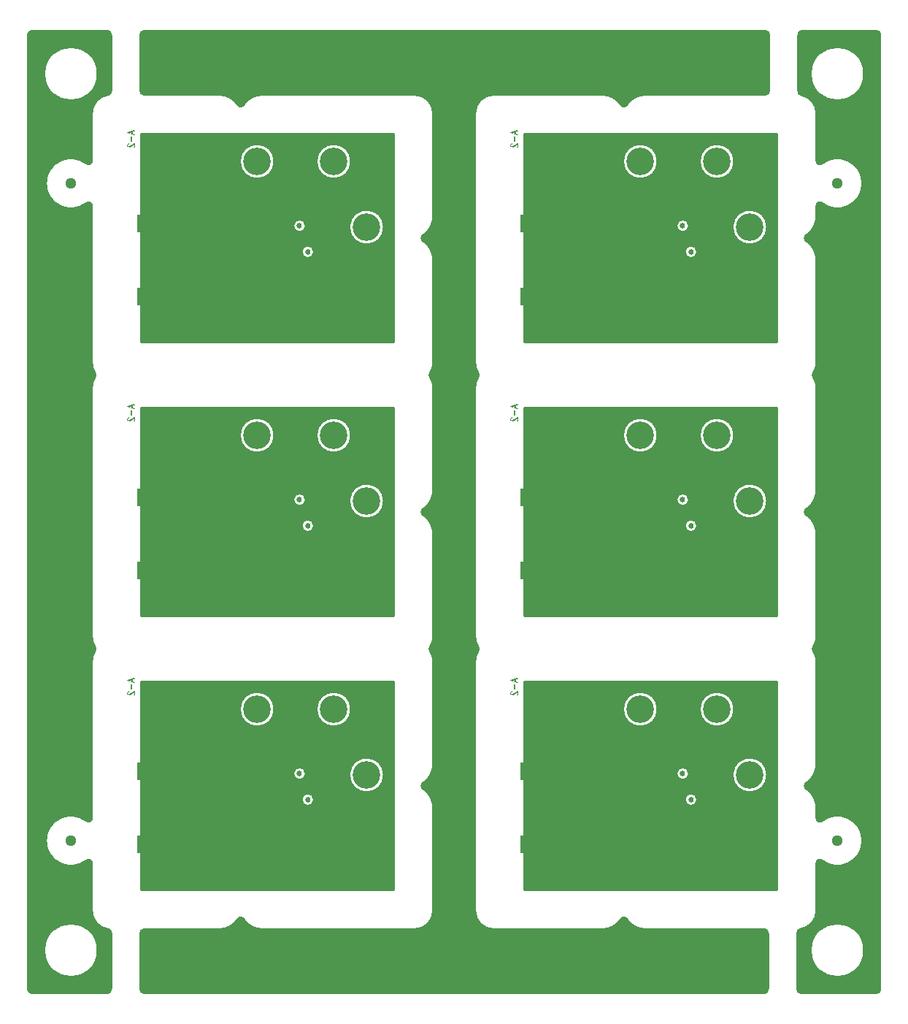
<source format=gbr>
*
%FSLAX26Y26*%
%MOIN*%
%ADD10C,0.020750*%
%ADD11C,0.125750*%
%ADD12C,0.024750*%
%ADD13C,0.004000*%
%ADD14C,0.050750*%
%IPPOS*%
%LNl4sold.gbr*%
%LPD*%
G75*
G36*
X504680Y1420680D02*
Y1425220D01*
G02X515000Y1432270I9760J-3209D01*
G02X515000Y1427270I0J-2500D01*
G03X509680Y1424443I-585J-5318D01*
G01Y1421457D01*
G03X518703Y1419575I5424J3433D01*
G01X523081Y1421693D01*
X538517Y1432913D01*
G02X542500Y1430900I1483J-2013D01*
G01Y1415000D01*
G02X537500Y1415000I-2500J0D01*
G01Y1425992D01*
X525459Y1417290D01*
X517430Y1413786D01*
G02X505126Y1419254I-2575J10783D01*
G02X504680Y1420680I2054J1426D01*
G37*
G36*
Y1480900D02*
G02X504680Y1480901I2500J0D01*
G01X516542D01*
X526560Y1478126D01*
X531560D01*
Y1476742D01*
X540667Y1474219D01*
G02X539333Y1469401I-667J-2409D01*
G01X506533Y1478485D01*
G02X504680Y1480900I647J2415D01*
G37*
G36*
Y1480901D02*
G02X506512Y1483309I2500J-1D01*
G01X539332Y1492409D01*
G02X540668Y1487591I668J-2409D01*
G01X531560Y1485065D01*
Y1478126D01*
X526560D01*
Y1483679D01*
X516542Y1480901D01*
X504680D01*
G37*
G36*
X505680Y1481901D02*
X515542D01*
G02X515542Y1479901I0J-1000D01*
G01X505680D01*
G02X505680Y1481901I0J1000D01*
G37*
G36*
X527560Y1479126D02*
G01X530560D01*
G02X530560Y1477126I0J-1000D01*
G01X527560D01*
G02X527560Y1479126I0J1000D01*
G37*
G36*
X523430Y1441130D02*
G01Y1461590D01*
G02X528430Y1461590I2500J0D01*
G01Y1441130D01*
G02X523430Y1441130I-2500J0D01*
G37*
G36*
X565000Y1404135D02*
G02X565124Y1405241I5001J0D01*
G03X565430Y1407947I-11686J2693D01*
G01Y1475000D01*
G02X570430Y1480000I5000J0D01*
G01X1725000D01*
G02X1730000Y1475000I0J-5000D01*
G01Y1350000D01*
X1524500D01*
G03X1375500Y1350000I-74500J0D01*
G01X1174500D01*
G03X1025500Y1350000I-74500J0D01*
G01X565000D01*
Y1404105D01*
G02X565000Y1404135I5000J31D01*
G37*
G36*
X565000Y525000D02*
G01Y937500D01*
X1307250D01*
G03X1355250Y937500I24000J0D01*
G01X1730000D01*
Y525000D01*
G02X1725000Y520000I-5000J0D01*
G01X570000D01*
G02X568659Y520183I0J5000D01*
G02X565000Y525000I1341J4817D01*
G37*
G36*
Y937500D02*
G01Y1056250D01*
X1269750D01*
G03X1316922Y1050000I24000J0D01*
G01X1525500D01*
G03X1674500Y1050000I74500J0D01*
G01X1730000D01*
Y937500D01*
X1355250D01*
G03X1307250Y937500I-24000J0D01*
G01X565000D01*
G37*
G36*
Y1056250D02*
Y1350000D01*
X1025500D01*
G03X1174500Y1350000I74500J0D01*
G01X1375500D01*
G03X1524500Y1350000I74500J0D01*
G01X1730000D01*
Y1050000D01*
X1674500D01*
G03X1525763Y1056250I-74500J0D01*
G01X1317750D01*
G03X1269750Y1056250I-24000J0D01*
G01X565000D01*
G37*
G36*
X1316922Y1050000D02*
G03X1317750Y1056250I-23172J6250D01*
G01X1525763D01*
G03X1525500Y1050000I74237J-6250D01*
G01X1316922D01*
G37*
G36*
X1317956Y1051000D02*
X1524500D01*
G02X1524500Y1049000I0J-1000D01*
G01X1317956D01*
G02X1317956Y1051000I0J1000D01*
G37*
G36*
X1675500D02*
G01X1729000D01*
G02X1729000Y1049000I0J-1000D01*
G01X1675500D01*
G02X1675500Y1051000I0J1000D01*
G37*
G36*
X1175500Y1351000D02*
G01X1374500D01*
G02X1374500Y1349000I0J-1000D01*
G01X1175500D01*
G02X1175500Y1351000I0J1000D01*
G37*
G36*
X1525500D02*
G01X1729000D01*
G02X1729000Y1349000I0J-1000D01*
G01X1525500D01*
G02X1525500Y1351000I0J1000D01*
G37*
G36*
X566000Y938500D02*
G01X1306250D01*
G02X1306250Y936500I0J-1000D01*
G01X566000D01*
G02X566000Y938500I0J1000D01*
G37*
G36*
X1356250D02*
G01X1729000D01*
G02X1729000Y936500I0J-1000D01*
G01X1356250D01*
G02X1356250Y938500I0J1000D01*
G37*
G36*
X566000Y1057250D02*
G01X1268750D01*
G02X1268750Y1055250I0J-1000D01*
G01X566000D01*
G02X566000Y1057250I0J1000D01*
G37*
G36*
X1318750D02*
G01X1524759D01*
G02X1524759Y1055250I0J-1000D01*
G01X1318750D01*
G02X1318750Y1057250I0J1000D01*
G37*
G36*
X566000Y1351000D02*
G01X1024500D01*
G02X1024500Y1349000I0J-1000D01*
G01X566000D01*
G02X566000Y1351000I0J1000D01*
G37*
G54D10*
X587500Y662500D02*
G01X637500D01*
X693750D01*
X781250Y693750D02*
X743750Y662500D01*
X693750D01*
G36*
X550000Y722125D02*
Y742875D01*
X587500D01*
G02X587500Y722125I0J-10375D01*
G01X550000D01*
G37*
G54D10*
X587500Y732500D02*
Y793750D01*
X781250Y693750D02*
X787500Y737500D01*
X775000Y775000D01*
X737500Y793750D01*
X687500D02*
X637500D01*
X587500D01*
X687500D02*
X737500D01*
X595000Y1010000D02*
Y1067500D01*
G36*
X550000Y1057125D02*
Y1077875D01*
X595000D01*
G02X595000Y1057125I0J-10375D01*
G01X550000D01*
G37*
G36*
Y692125D02*
Y772875D01*
X720000D01*
G02X720000Y692125I0J-40375D01*
G01X550000D01*
G37*
G36*
Y1027125D02*
Y1107875D01*
X720000D01*
G02X720000Y1027125I0J-40375D01*
G01X550000D01*
G37*
G54D11*
X1100000Y1350000D03*
X1450000D03*
X750000D03*
X1600000Y1050000D03*
G54D12*
X590000Y540000D03*
Y590000D03*
X715000Y540000D03*
X865000D03*
X1015000D03*
X1155000D03*
X1300000D03*
X1440000D03*
X1570000D03*
X1705000D03*
X587500Y662500D03*
X637500D03*
X693750D03*
X743750D03*
X1675000D03*
X781250Y693750D03*
X787500Y737500D03*
X775000Y775000D03*
X1675000Y762500D03*
X637500Y793750D03*
X587500D03*
X737500D03*
X687500D03*
X815000Y795000D03*
X880000D03*
X1035000D03*
X960000D03*
X1100000Y805000D03*
X1140000Y845000D03*
X1700000Y880000D03*
X1137500Y950000D03*
X1209500Y949000D03*
X1172500Y935000D03*
X1331250Y937500D03*
X1700000Y985000D03*
X595000Y1010000D03*
X705000D03*
X650000D03*
X815000Y1005000D03*
X765000Y1020000D03*
X785000Y1065000D03*
X915000Y1005000D03*
X870000D03*
X945000D03*
X1000000D03*
X1055000D03*
X1293750Y1056250D03*
X1443750Y1075000D03*
X590000Y1130000D03*
X695000D03*
X640000D03*
X750000D03*
X920000Y1105000D03*
X1035000Y1120000D03*
X1137500Y1156250D03*
X1068750D03*
X1175000Y1118750D03*
X1285000Y1120000D03*
X1406250Y1118750D03*
X1700000Y1160000D03*
X590000Y1240000D03*
X920000Y1225000D03*
X1285000Y1240000D03*
X590000Y1355000D03*
X920000Y1340000D03*
X1285000Y1360000D03*
X1700000Y1330000D03*
X590000Y1455000D03*
X720000D03*
X845000D03*
X980000D03*
X1145000D03*
X1285000Y1460000D03*
X1395000D03*
X1520000D03*
X1700000D03*
%LPC*%
G75*
X1700000Y1460000D02*
G54D13*
X550000Y600000D02*
Y1400000D01*
%LPD*%
G75*
X550000Y1400000D02*
G36*
X504680Y2670680D02*
Y2675220D01*
G02X515000Y2682270I9760J-3209D01*
G02X515000Y2677270I0J-2500D01*
G03X509680Y2674443I-585J-5318D01*
G01Y2671457D01*
G03X518703Y2669575I5424J3433D01*
G01X523081Y2671693D01*
X538517Y2682913D01*
G02X542500Y2680900I1483J-2013D01*
G01Y2665000D01*
G02X537500Y2665000I-2500J0D01*
G01Y2675992D01*
X525459Y2667290D01*
X517430Y2663786D01*
G02X505126Y2669254I-2575J10783D01*
G02X504680Y2670680I2054J1426D01*
G37*
G36*
Y2730900D02*
G02X504680Y2730901I2500J0D01*
G01X516542D01*
X526560Y2728126D01*
X531560D01*
Y2726742D01*
X540667Y2724219D01*
G02X539333Y2719401I-667J-2409D01*
G01X506533Y2728485D01*
G02X504680Y2730900I647J2415D01*
G37*
G36*
Y2730901D02*
G02X506512Y2733309I2500J-1D01*
G01X539332Y2742409D01*
G02X540668Y2737591I668J-2409D01*
G01X531560Y2735065D01*
Y2728126D01*
X526560D01*
Y2733679D01*
X516542Y2730901D01*
X504680D01*
G37*
G36*
X505680Y2731901D02*
X515542D01*
G02X515542Y2729901I0J-1000D01*
G01X505680D01*
G02X505680Y2731901I0J1000D01*
G37*
G36*
X527560Y2729126D02*
G01X530560D01*
G02X530560Y2727126I0J-1000D01*
G01X527560D01*
G02X527560Y2729126I0J1000D01*
G37*
G36*
X523430Y2691130D02*
G01Y2711590D01*
G02X528430Y2711590I2500J0D01*
G01Y2691130D01*
G02X523430Y2691130I-2500J0D01*
G37*
G36*
X565000Y2654135D02*
G02X565124Y2655241I5001J0D01*
G03X565430Y2657947I-11686J2693D01*
G01Y2725000D01*
G02X570430Y2730000I5000J0D01*
G01X1725000D01*
G02X1730000Y2725000I0J-5000D01*
G01Y2600000D01*
X1524500D01*
G03X1375500Y2600000I-74500J0D01*
G01X1174500D01*
G03X1025500Y2600000I-74500J0D01*
G01X565000D01*
Y2654105D01*
G02X565000Y2654135I5000J31D01*
G37*
G36*
X565000Y1775000D02*
G01Y2187500D01*
X1307250D01*
G03X1355250Y2187500I24000J0D01*
G01X1730000D01*
Y1775000D01*
G02X1725000Y1770000I-5000J0D01*
G01X570000D01*
G02X568659Y1770183I0J5000D01*
G02X565000Y1775000I1341J4817D01*
G37*
G36*
Y2187500D02*
G01Y2306250D01*
X1269750D01*
G03X1316922Y2300000I24000J0D01*
G01X1525500D01*
G03X1674500Y2300000I74500J0D01*
G01X1730000D01*
Y2187500D01*
X1355250D01*
G03X1307250Y2187500I-24000J0D01*
G01X565000D01*
G37*
G36*
Y2306250D02*
Y2600000D01*
X1025500D01*
G03X1174500Y2600000I74500J0D01*
G01X1375500D01*
G03X1524500Y2600000I74500J0D01*
G01X1730000D01*
Y2300000D01*
X1674500D01*
G03X1525763Y2306250I-74500J0D01*
G01X1317750D01*
G03X1269750Y2306250I-24000J0D01*
G01X565000D01*
G37*
G36*
X1316922Y2300000D02*
G03X1317750Y2306250I-23172J6250D01*
G01X1525763D01*
G03X1525500Y2300000I74237J-6250D01*
G01X1316922D01*
G37*
G36*
X1317956Y2301000D02*
X1524500D01*
G02X1524500Y2299000I0J-1000D01*
G01X1317956D01*
G02X1317956Y2301000I0J1000D01*
G37*
G36*
X1675500D02*
G01X1729000D01*
G02X1729000Y2299000I0J-1000D01*
G01X1675500D01*
G02X1675500Y2301000I0J1000D01*
G37*
G36*
X1175500Y2601000D02*
G01X1374500D01*
G02X1374500Y2599000I0J-1000D01*
G01X1175500D01*
G02X1175500Y2601000I0J1000D01*
G37*
G36*
X1525500D02*
G01X1729000D01*
G02X1729000Y2599000I0J-1000D01*
G01X1525500D01*
G02X1525500Y2601000I0J1000D01*
G37*
G36*
X566000Y2188500D02*
G01X1306250D01*
G02X1306250Y2186500I0J-1000D01*
G01X566000D01*
G02X566000Y2188500I0J1000D01*
G37*
G36*
X1356250D02*
G01X1729000D01*
G02X1729000Y2186500I0J-1000D01*
G01X1356250D01*
G02X1356250Y2188500I0J1000D01*
G37*
G36*
X566000Y2307250D02*
G01X1268750D01*
G02X1268750Y2305250I0J-1000D01*
G01X566000D01*
G02X566000Y2307250I0J1000D01*
G37*
G36*
X1318750D02*
G01X1524759D01*
G02X1524759Y2305250I0J-1000D01*
G01X1318750D01*
G02X1318750Y2307250I0J1000D01*
G37*
G36*
X566000Y2601000D02*
G01X1024500D01*
G02X1024500Y2599000I0J-1000D01*
G01X566000D01*
G02X566000Y2601000I0J1000D01*
G37*
G54D10*
X587500Y1912500D02*
G01X637500D01*
X693750D01*
X781250Y1943750D02*
X743750Y1912500D01*
X693750D01*
G36*
X550000Y1972125D02*
Y1992875D01*
X587500D01*
G02X587500Y1972125I0J-10375D01*
G01X550000D01*
G37*
G54D10*
X587500Y1982500D02*
Y2043750D01*
X781250Y1943750D02*
X787500Y1987500D01*
X775000Y2025000D01*
X737500Y2043750D01*
X687500D02*
X637500D01*
X587500D01*
X687500D02*
X737500D01*
X595000Y2260000D02*
Y2317500D01*
G36*
X550000Y2307125D02*
Y2327875D01*
X595000D01*
G02X595000Y2307125I0J-10375D01*
G01X550000D01*
G37*
G36*
Y1942125D02*
Y2022875D01*
X720000D01*
G02X720000Y1942125I0J-40375D01*
G01X550000D01*
G37*
G36*
Y2277125D02*
Y2357875D01*
X720000D01*
G02X720000Y2277125I0J-40375D01*
G01X550000D01*
G37*
G54D11*
X1100000Y2600000D03*
X1450000D03*
X750000D03*
X1600000Y2300000D03*
G54D12*
X590000Y1790000D03*
Y1840000D03*
X715000Y1790000D03*
X865000D03*
X1015000D03*
X1155000D03*
X1300000D03*
X1440000D03*
X1570000D03*
X1705000D03*
X587500Y1912500D03*
X637500D03*
X693750D03*
X743750D03*
X1675000D03*
X781250Y1943750D03*
X787500Y1987500D03*
X775000Y2025000D03*
X1675000Y2012500D03*
X637500Y2043750D03*
X587500D03*
X737500D03*
X687500D03*
X815000Y2045000D03*
X880000D03*
X1035000D03*
X960000D03*
X1100000Y2055000D03*
X1140000Y2095000D03*
X1700000Y2130000D03*
X1137500Y2200000D03*
X1209500Y2199000D03*
X1172500Y2185000D03*
X1331250Y2187500D03*
X1700000Y2235000D03*
X595000Y2260000D03*
X705000D03*
X650000D03*
X815000Y2255000D03*
X765000Y2270000D03*
X785000Y2315000D03*
X915000Y2255000D03*
X870000D03*
X945000D03*
X1000000D03*
X1055000D03*
X1293750Y2306250D03*
X1443750Y2325000D03*
X590000Y2380000D03*
X695000D03*
X640000D03*
X750000D03*
X920000Y2355000D03*
X1035000Y2370000D03*
X1137500Y2406250D03*
X1068750D03*
X1175000Y2368750D03*
X1285000Y2370000D03*
X1406250Y2368750D03*
X1700000Y2410000D03*
X590000Y2490000D03*
X920000Y2475000D03*
X1285000Y2490000D03*
X590000Y2605000D03*
X920000Y2590000D03*
X1285000Y2610000D03*
X1700000Y2580000D03*
X590000Y2705000D03*
X720000D03*
X845000D03*
X980000D03*
X1145000D03*
X1285000Y2710000D03*
X1395000D03*
X1520000D03*
X1700000D03*
%LPC*%
G75*
X1700000Y2710000D02*
G54D13*
X550000Y1850000D02*
Y2650000D01*
%LPD*%
G75*
X550000Y2650000D02*
G36*
X504680Y3920680D02*
Y3925220D01*
G02X515000Y3932270I9760J-3209D01*
G02X515000Y3927270I0J-2500D01*
G03X509680Y3924443I-585J-5318D01*
G01Y3921457D01*
G03X518703Y3919575I5424J3433D01*
G01X523081Y3921693D01*
X538517Y3932913D01*
G02X542500Y3930900I1483J-2013D01*
G01Y3915000D01*
G02X537500Y3915000I-2500J0D01*
G01Y3925992D01*
X525459Y3917290D01*
X517430Y3913786D01*
G02X505126Y3919254I-2575J10783D01*
G02X504680Y3920680I2054J1426D01*
G37*
G36*
Y3980900D02*
G02X504680Y3980901I2500J0D01*
G01X516542D01*
X526560Y3978126D01*
X531560D01*
Y3976742D01*
X540667Y3974219D01*
G02X539333Y3969401I-667J-2409D01*
G01X506533Y3978485D01*
G02X504680Y3980900I647J2415D01*
G37*
G36*
Y3980901D02*
G02X506512Y3983309I2500J-1D01*
G01X539332Y3992409D01*
G02X540668Y3987591I668J-2409D01*
G01X531560Y3985065D01*
Y3978126D01*
X526560D01*
Y3983679D01*
X516542Y3980901D01*
X504680D01*
G37*
G36*
X505680Y3981901D02*
X515542D01*
G02X515542Y3979901I0J-1000D01*
G01X505680D01*
G02X505680Y3981901I0J1000D01*
G37*
G36*
X527560Y3979126D02*
G01X530560D01*
G02X530560Y3977126I0J-1000D01*
G01X527560D01*
G02X527560Y3979126I0J1000D01*
G37*
G36*
X523430Y3941130D02*
G01Y3961590D01*
G02X528430Y3961590I2500J0D01*
G01Y3941130D01*
G02X523430Y3941130I-2500J0D01*
G37*
G36*
X565000Y3904135D02*
G02X565124Y3905241I5001J0D01*
G03X565430Y3907947I-11686J2693D01*
G01Y3975000D01*
G02X570430Y3980000I5000J0D01*
G01X1725000D01*
G02X1730000Y3975000I0J-5000D01*
G01Y3850000D01*
X1524500D01*
G03X1375500Y3850000I-74500J0D01*
G01X1174500D01*
G03X1025500Y3850000I-74500J0D01*
G01X565000D01*
Y3904105D01*
G02X565000Y3904135I5000J31D01*
G37*
G36*
X565000Y3025000D02*
G01Y3437500D01*
X1307250D01*
G03X1355250Y3437500I24000J0D01*
G01X1730000D01*
Y3025000D01*
G02X1725000Y3020000I-5000J0D01*
G01X570000D01*
G02X568659Y3020183I0J5000D01*
G02X565000Y3025000I1341J4817D01*
G37*
G36*
Y3437500D02*
G01Y3556250D01*
X1269750D01*
G03X1316922Y3550000I24000J0D01*
G01X1525500D01*
G03X1674500Y3550000I74500J0D01*
G01X1730000D01*
Y3437500D01*
X1355250D01*
G03X1307250Y3437500I-24000J0D01*
G01X565000D01*
G37*
G36*
Y3556250D02*
Y3850000D01*
X1025500D01*
G03X1174500Y3850000I74500J0D01*
G01X1375500D01*
G03X1524500Y3850000I74500J0D01*
G01X1730000D01*
Y3550000D01*
X1674500D01*
G03X1525763Y3556250I-74500J0D01*
G01X1317750D01*
G03X1269750Y3556250I-24000J0D01*
G01X565000D01*
G37*
G36*
X1316922Y3550000D02*
G03X1317750Y3556250I-23172J6250D01*
G01X1525763D01*
G03X1525500Y3550000I74237J-6250D01*
G01X1316922D01*
G37*
G36*
X1317956Y3551000D02*
X1524500D01*
G02X1524500Y3549000I0J-1000D01*
G01X1317956D01*
G02X1317956Y3551000I0J1000D01*
G37*
G36*
X1675500D02*
G01X1729000D01*
G02X1729000Y3549000I0J-1000D01*
G01X1675500D01*
G02X1675500Y3551000I0J1000D01*
G37*
G36*
X1175500Y3851000D02*
G01X1374500D01*
G02X1374500Y3849000I0J-1000D01*
G01X1175500D01*
G02X1175500Y3851000I0J1000D01*
G37*
G36*
X1525500D02*
G01X1729000D01*
G02X1729000Y3849000I0J-1000D01*
G01X1525500D01*
G02X1525500Y3851000I0J1000D01*
G37*
G36*
X566000Y3438500D02*
G01X1306250D01*
G02X1306250Y3436500I0J-1000D01*
G01X566000D01*
G02X566000Y3438500I0J1000D01*
G37*
G36*
X1356250D02*
G01X1729000D01*
G02X1729000Y3436500I0J-1000D01*
G01X1356250D01*
G02X1356250Y3438500I0J1000D01*
G37*
G36*
X566000Y3557250D02*
G01X1268750D01*
G02X1268750Y3555250I0J-1000D01*
G01X566000D01*
G02X566000Y3557250I0J1000D01*
G37*
G36*
X1318750D02*
G01X1524759D01*
G02X1524759Y3555250I0J-1000D01*
G01X1318750D01*
G02X1318750Y3557250I0J1000D01*
G37*
G36*
X566000Y3851000D02*
G01X1024500D01*
G02X1024500Y3849000I0J-1000D01*
G01X566000D01*
G02X566000Y3851000I0J1000D01*
G37*
G54D10*
X587500Y3162500D02*
G01X637500D01*
X693750D01*
X781250Y3193750D02*
X743750Y3162500D01*
X693750D01*
G36*
X550000Y3222125D02*
Y3242875D01*
X587500D01*
G02X587500Y3222125I0J-10375D01*
G01X550000D01*
G37*
G54D10*
X587500Y3232500D02*
Y3293750D01*
X781250Y3193750D02*
X787500Y3237500D01*
X775000Y3275000D01*
X737500Y3293750D01*
X687500D02*
X637500D01*
X587500D01*
X687500D02*
X737500D01*
X595000Y3510000D02*
Y3567500D01*
G36*
X550000Y3557125D02*
Y3577875D01*
X595000D01*
G02X595000Y3557125I0J-10375D01*
G01X550000D01*
G37*
G36*
Y3192125D02*
Y3272875D01*
X720000D01*
G02X720000Y3192125I0J-40375D01*
G01X550000D01*
G37*
G36*
Y3527125D02*
Y3607875D01*
X720000D01*
G02X720000Y3527125I0J-40375D01*
G01X550000D01*
G37*
G54D11*
X1100000Y3850000D03*
X1450000D03*
X750000D03*
X1600000Y3550000D03*
G54D12*
X590000Y3040000D03*
Y3090000D03*
X715000Y3040000D03*
X865000D03*
X1015000D03*
X1155000D03*
X1300000D03*
X1440000D03*
X1570000D03*
X1705000D03*
X587500Y3162500D03*
X637500D03*
X693750D03*
X743750D03*
X1675000D03*
X781250Y3193750D03*
X787500Y3237500D03*
X775000Y3275000D03*
X1675000Y3262500D03*
X637500Y3293750D03*
X587500D03*
X737500D03*
X687500D03*
X815000Y3295000D03*
X880000D03*
X1035000D03*
X960000D03*
X1100000Y3305000D03*
X1140000Y3345000D03*
X1700000Y3380000D03*
X1137500Y3450000D03*
X1209500Y3449000D03*
X1172500Y3435000D03*
X1331250Y3437500D03*
X1700000Y3485000D03*
X595000Y3510000D03*
X705000D03*
X650000D03*
X815000Y3505000D03*
X765000Y3520000D03*
X785000Y3565000D03*
X915000Y3505000D03*
X870000D03*
X945000D03*
X1000000D03*
X1055000D03*
X1293750Y3556250D03*
X1443750Y3575000D03*
X590000Y3630000D03*
X695000D03*
X640000D03*
X750000D03*
X920000Y3605000D03*
X1035000Y3620000D03*
X1137500Y3656250D03*
X1068750D03*
X1175000Y3618750D03*
X1285000Y3620000D03*
X1406250Y3618750D03*
X1700000Y3660000D03*
X590000Y3740000D03*
X920000Y3725000D03*
X1285000Y3740000D03*
X590000Y3855000D03*
X920000Y3840000D03*
X1285000Y3860000D03*
X1700000Y3830000D03*
X590000Y3955000D03*
X720000D03*
X845000D03*
X980000D03*
X1145000D03*
X1285000Y3960000D03*
X1395000D03*
X1520000D03*
X1700000D03*
%LPC*%
G75*
X1700000Y3960000D02*
G54D13*
X550000Y3100000D02*
Y3900000D01*
%LPD*%
G75*
X550000Y3900000D02*
G36*
X2254680Y1420680D02*
Y1425220D01*
G02X2265000Y1432270I9760J-3209D01*
G02X2265000Y1427270I0J-2500D01*
G03X2259680Y1424443I-585J-5318D01*
G01Y1421457D01*
G03X2268703Y1419575I5424J3433D01*
G01X2273081Y1421693D01*
X2288517Y1432913D01*
G02X2292500Y1430900I1483J-2013D01*
G01Y1415000D01*
G02X2287500Y1415000I-2500J0D01*
G01Y1425992D01*
X2275459Y1417290D01*
X2267430Y1413786D01*
G02X2255126Y1419254I-2575J10783D01*
G02X2254680Y1420680I2054J1426D01*
G37*
G36*
Y1480900D02*
G02X2254680Y1480901I2500J0D01*
G01X2266542D01*
X2276560Y1478126D01*
X2281560D01*
Y1476742D01*
X2290667Y1474219D01*
G02X2289333Y1469401I-667J-2409D01*
G01X2256533Y1478485D01*
G02X2254680Y1480900I647J2415D01*
G37*
G36*
Y1480901D02*
G02X2256512Y1483309I2500J-1D01*
G01X2289332Y1492409D01*
G02X2290668Y1487591I668J-2409D01*
G01X2281560Y1485065D01*
Y1478126D01*
X2276560D01*
Y1483679D01*
X2266542Y1480901D01*
X2254680D01*
G37*
G36*
X2255680Y1481901D02*
X2265542D01*
G02X2265542Y1479901I0J-1000D01*
G01X2255680D01*
G02X2255680Y1481901I0J1000D01*
G37*
G36*
X2277560Y1479126D02*
G01X2280560D01*
G02X2280560Y1477126I0J-1000D01*
G01X2277560D01*
G02X2277560Y1479126I0J1000D01*
G37*
G36*
X2273430Y1441130D02*
G01Y1461590D01*
G02X2278430Y1461590I2500J0D01*
G01Y1441130D01*
G02X2273430Y1441130I-2500J0D01*
G37*
G36*
X2315000Y1404135D02*
G02X2315124Y1405241I5001J0D01*
G03X2315430Y1407947I-11686J2693D01*
G01Y1475000D01*
G02X2320430Y1480000I5000J0D01*
G01X3475000D01*
G02X3480000Y1475000I0J-5000D01*
G01Y1350000D01*
X3274500D01*
G03X3125500Y1350000I-74500J0D01*
G01X2924500D01*
G03X2775500Y1350000I-74500J0D01*
G01X2315000D01*
Y1404105D01*
G02X2315000Y1404135I5000J31D01*
G37*
G36*
X2315000Y525000D02*
G01Y937500D01*
X3057250D01*
G03X3105250Y937500I24000J0D01*
G01X3480000D01*
Y525000D01*
G02X3475000Y520000I-5000J0D01*
G01X2320000D01*
G02X2318659Y520183I0J5000D01*
G02X2315000Y525000I1341J4817D01*
G37*
G36*
Y937500D02*
G01Y1056250D01*
X3019750D01*
G03X3066922Y1050000I24000J0D01*
G01X3275500D01*
G03X3424500Y1050000I74500J0D01*
G01X3480000D01*
Y937500D01*
X3105250D01*
G03X3057250Y937500I-24000J0D01*
G01X2315000D01*
G37*
G36*
Y1056250D02*
Y1350000D01*
X2775500D01*
G03X2924500Y1350000I74500J0D01*
G01X3125500D01*
G03X3274500Y1350000I74500J0D01*
G01X3480000D01*
Y1050000D01*
X3424500D01*
G03X3275763Y1056250I-74500J0D01*
G01X3067750D01*
G03X3019750Y1056250I-24000J0D01*
G01X2315000D01*
G37*
G36*
X3066922Y1050000D02*
G03X3067750Y1056250I-23172J6250D01*
G01X3275763D01*
G03X3275500Y1050000I74237J-6250D01*
G01X3066922D01*
G37*
G36*
X3067956Y1051000D02*
X3274500D01*
G02X3274500Y1049000I0J-1000D01*
G01X3067956D01*
G02X3067956Y1051000I0J1000D01*
G37*
G36*
X3425500D02*
G01X3479000D01*
G02X3479000Y1049000I0J-1000D01*
G01X3425500D01*
G02X3425500Y1051000I0J1000D01*
G37*
G36*
X2925500Y1351000D02*
G01X3124500D01*
G02X3124500Y1349000I0J-1000D01*
G01X2925500D01*
G02X2925500Y1351000I0J1000D01*
G37*
G36*
X3275500D02*
G01X3479000D01*
G02X3479000Y1349000I0J-1000D01*
G01X3275500D01*
G02X3275500Y1351000I0J1000D01*
G37*
G36*
X2316000Y938500D02*
G01X3056250D01*
G02X3056250Y936500I0J-1000D01*
G01X2316000D01*
G02X2316000Y938500I0J1000D01*
G37*
G36*
X3106250D02*
G01X3479000D01*
G02X3479000Y936500I0J-1000D01*
G01X3106250D01*
G02X3106250Y938500I0J1000D01*
G37*
G36*
X2316000Y1057250D02*
G01X3018750D01*
G02X3018750Y1055250I0J-1000D01*
G01X2316000D01*
G02X2316000Y1057250I0J1000D01*
G37*
G36*
X3068750D02*
G01X3274759D01*
G02X3274759Y1055250I0J-1000D01*
G01X3068750D01*
G02X3068750Y1057250I0J1000D01*
G37*
G36*
X2316000Y1351000D02*
G01X2774500D01*
G02X2774500Y1349000I0J-1000D01*
G01X2316000D01*
G02X2316000Y1351000I0J1000D01*
G37*
G54D10*
X2337500Y662500D02*
G01X2387500D01*
X2443750D01*
X2531250Y693750D02*
X2493750Y662500D01*
X2443750D01*
G36*
X2300000Y722125D02*
Y742875D01*
X2337500D01*
G02X2337500Y722125I0J-10375D01*
G01X2300000D01*
G37*
G54D10*
X2337500Y732500D02*
Y793750D01*
X2531250Y693750D02*
X2537500Y737500D01*
X2525000Y775000D01*
X2487500Y793750D01*
X2437500D02*
X2387500D01*
X2337500D01*
X2437500D02*
X2487500D01*
X2345000Y1010000D02*
Y1067500D01*
G36*
X2300000Y1057125D02*
Y1077875D01*
X2345000D01*
G02X2345000Y1057125I0J-10375D01*
G01X2300000D01*
G37*
G36*
Y692125D02*
Y772875D01*
X2470000D01*
G02X2470000Y692125I0J-40375D01*
G01X2300000D01*
G37*
G36*
Y1027125D02*
Y1107875D01*
X2470000D01*
G02X2470000Y1027125I0J-40375D01*
G01X2300000D01*
G37*
G54D11*
X2850000Y1350000D03*
X3200000D03*
X2500000D03*
X3350000Y1050000D03*
G54D12*
X2340000Y540000D03*
Y590000D03*
X2465000Y540000D03*
X2615000D03*
X2765000D03*
X2905000D03*
X3050000D03*
X3190000D03*
X3320000D03*
X3455000D03*
X2337500Y662500D03*
X2387500D03*
X2443750D03*
X2493750D03*
X3425000D03*
X2531250Y693750D03*
X2537500Y737500D03*
X2525000Y775000D03*
X3425000Y762500D03*
X2387500Y793750D03*
X2337500D03*
X2487500D03*
X2437500D03*
X2565000Y795000D03*
X2630000D03*
X2785000D03*
X2710000D03*
X2850000Y805000D03*
X2890000Y845000D03*
X3450000Y880000D03*
X2887500Y950000D03*
X2959500Y949000D03*
X2922500Y935000D03*
X3081250Y937500D03*
X3450000Y985000D03*
X2345000Y1010000D03*
X2455000D03*
X2400000D03*
X2565000Y1005000D03*
X2515000Y1020000D03*
X2535000Y1065000D03*
X2665000Y1005000D03*
X2620000D03*
X2695000D03*
X2750000D03*
X2805000D03*
X3043750Y1056250D03*
X3193750Y1075000D03*
X2340000Y1130000D03*
X2445000D03*
X2390000D03*
X2500000D03*
X2670000Y1105000D03*
X2785000Y1120000D03*
X2887500Y1156250D03*
X2818750D03*
X2925000Y1118750D03*
X3035000Y1120000D03*
X3156250Y1118750D03*
X3450000Y1160000D03*
X2340000Y1240000D03*
X2670000Y1225000D03*
X3035000Y1240000D03*
X2340000Y1355000D03*
X2670000Y1340000D03*
X3035000Y1360000D03*
X3450000Y1330000D03*
X2340000Y1455000D03*
X2470000D03*
X2595000D03*
X2730000D03*
X2895000D03*
X3035000Y1460000D03*
X3145000D03*
X3270000D03*
X3450000D03*
%LPC*%
G75*
X3450000Y1460000D02*
G54D13*
X2300000Y600000D02*
Y1400000D01*
%LPD*%
G75*
X2300000Y1400000D02*
G36*
X2254680Y2670680D02*
Y2675220D01*
G02X2265000Y2682270I9760J-3209D01*
G02X2265000Y2677270I0J-2500D01*
G03X2259680Y2674443I-585J-5318D01*
G01Y2671457D01*
G03X2268703Y2669575I5424J3433D01*
G01X2273081Y2671693D01*
X2288517Y2682913D01*
G02X2292500Y2680900I1483J-2013D01*
G01Y2665000D01*
G02X2287500Y2665000I-2500J0D01*
G01Y2675992D01*
X2275459Y2667290D01*
X2267430Y2663786D01*
G02X2255126Y2669254I-2575J10783D01*
G02X2254680Y2670680I2054J1426D01*
G37*
G36*
Y2730900D02*
G02X2254680Y2730901I2500J0D01*
G01X2266542D01*
X2276560Y2728126D01*
X2281560D01*
Y2726742D01*
X2290667Y2724219D01*
G02X2289333Y2719401I-667J-2409D01*
G01X2256533Y2728485D01*
G02X2254680Y2730900I647J2415D01*
G37*
G36*
Y2730901D02*
G02X2256512Y2733309I2500J-1D01*
G01X2289332Y2742409D01*
G02X2290668Y2737591I668J-2409D01*
G01X2281560Y2735065D01*
Y2728126D01*
X2276560D01*
Y2733679D01*
X2266542Y2730901D01*
X2254680D01*
G37*
G36*
X2255680Y2731901D02*
X2265542D01*
G02X2265542Y2729901I0J-1000D01*
G01X2255680D01*
G02X2255680Y2731901I0J1000D01*
G37*
G36*
X2277560Y2729126D02*
G01X2280560D01*
G02X2280560Y2727126I0J-1000D01*
G01X2277560D01*
G02X2277560Y2729126I0J1000D01*
G37*
G36*
X2273430Y2691130D02*
G01Y2711590D01*
G02X2278430Y2711590I2500J0D01*
G01Y2691130D01*
G02X2273430Y2691130I-2500J0D01*
G37*
G36*
X2315000Y2654135D02*
G02X2315124Y2655241I5001J0D01*
G03X2315430Y2657947I-11686J2693D01*
G01Y2725000D01*
G02X2320430Y2730000I5000J0D01*
G01X3475000D01*
G02X3480000Y2725000I0J-5000D01*
G01Y2600000D01*
X3274500D01*
G03X3125500Y2600000I-74500J0D01*
G01X2924500D01*
G03X2775500Y2600000I-74500J0D01*
G01X2315000D01*
Y2654105D01*
G02X2315000Y2654135I5000J31D01*
G37*
G36*
X2315000Y1775000D02*
G01Y2187500D01*
X3057250D01*
G03X3105250Y2187500I24000J0D01*
G01X3480000D01*
Y1775000D01*
G02X3475000Y1770000I-5000J0D01*
G01X2320000D01*
G02X2318659Y1770183I0J5000D01*
G02X2315000Y1775000I1341J4817D01*
G37*
G36*
Y2187500D02*
G01Y2306250D01*
X3019750D01*
G03X3066922Y2300000I24000J0D01*
G01X3275500D01*
G03X3424500Y2300000I74500J0D01*
G01X3480000D01*
Y2187500D01*
X3105250D01*
G03X3057250Y2187500I-24000J0D01*
G01X2315000D01*
G37*
G36*
Y2306250D02*
Y2600000D01*
X2775500D01*
G03X2924500Y2600000I74500J0D01*
G01X3125500D01*
G03X3274500Y2600000I74500J0D01*
G01X3480000D01*
Y2300000D01*
X3424500D01*
G03X3275763Y2306250I-74500J0D01*
G01X3067750D01*
G03X3019750Y2306250I-24000J0D01*
G01X2315000D01*
G37*
G36*
X3066922Y2300000D02*
G03X3067750Y2306250I-23172J6250D01*
G01X3275763D01*
G03X3275500Y2300000I74237J-6250D01*
G01X3066922D01*
G37*
G36*
X3067956Y2301000D02*
X3274500D01*
G02X3274500Y2299000I0J-1000D01*
G01X3067956D01*
G02X3067956Y2301000I0J1000D01*
G37*
G36*
X3425500D02*
G01X3479000D01*
G02X3479000Y2299000I0J-1000D01*
G01X3425500D01*
G02X3425500Y2301000I0J1000D01*
G37*
G36*
X2925500Y2601000D02*
G01X3124500D01*
G02X3124500Y2599000I0J-1000D01*
G01X2925500D01*
G02X2925500Y2601000I0J1000D01*
G37*
G36*
X3275500D02*
G01X3479000D01*
G02X3479000Y2599000I0J-1000D01*
G01X3275500D01*
G02X3275500Y2601000I0J1000D01*
G37*
G36*
X2316000Y2188500D02*
G01X3056250D01*
G02X3056250Y2186500I0J-1000D01*
G01X2316000D01*
G02X2316000Y2188500I0J1000D01*
G37*
G36*
X3106250D02*
G01X3479000D01*
G02X3479000Y2186500I0J-1000D01*
G01X3106250D01*
G02X3106250Y2188500I0J1000D01*
G37*
G36*
X2316000Y2307250D02*
G01X3018750D01*
G02X3018750Y2305250I0J-1000D01*
G01X2316000D01*
G02X2316000Y2307250I0J1000D01*
G37*
G36*
X3068750D02*
G01X3274759D01*
G02X3274759Y2305250I0J-1000D01*
G01X3068750D01*
G02X3068750Y2307250I0J1000D01*
G37*
G36*
X2316000Y2601000D02*
G01X2774500D01*
G02X2774500Y2599000I0J-1000D01*
G01X2316000D01*
G02X2316000Y2601000I0J1000D01*
G37*
G54D10*
X2337500Y1912500D02*
G01X2387500D01*
X2443750D01*
X2531250Y1943750D02*
X2493750Y1912500D01*
X2443750D01*
G36*
X2300000Y1972125D02*
Y1992875D01*
X2337500D01*
G02X2337500Y1972125I0J-10375D01*
G01X2300000D01*
G37*
G54D10*
X2337500Y1982500D02*
Y2043750D01*
X2531250Y1943750D02*
X2537500Y1987500D01*
X2525000Y2025000D01*
X2487500Y2043750D01*
X2437500D02*
X2387500D01*
X2337500D01*
X2437500D02*
X2487500D01*
X2345000Y2260000D02*
Y2317500D01*
G36*
X2300000Y2307125D02*
Y2327875D01*
X2345000D01*
G02X2345000Y2307125I0J-10375D01*
G01X2300000D01*
G37*
G36*
Y1942125D02*
Y2022875D01*
X2470000D01*
G02X2470000Y1942125I0J-40375D01*
G01X2300000D01*
G37*
G36*
Y2277125D02*
Y2357875D01*
X2470000D01*
G02X2470000Y2277125I0J-40375D01*
G01X2300000D01*
G37*
G54D11*
X2850000Y2600000D03*
X3200000D03*
X2500000D03*
X3350000Y2300000D03*
G54D12*
X2340000Y1790000D03*
Y1840000D03*
X2465000Y1790000D03*
X2615000D03*
X2765000D03*
X2905000D03*
X3050000D03*
X3190000D03*
X3320000D03*
X3455000D03*
X2337500Y1912500D03*
X2387500D03*
X2443750D03*
X2493750D03*
X3425000D03*
X2531250Y1943750D03*
X2537500Y1987500D03*
X2525000Y2025000D03*
X3425000Y2012500D03*
X2387500Y2043750D03*
X2337500D03*
X2487500D03*
X2437500D03*
X2565000Y2045000D03*
X2630000D03*
X2785000D03*
X2710000D03*
X2850000Y2055000D03*
X2890000Y2095000D03*
X3450000Y2130000D03*
X2887500Y2200000D03*
X2959500Y2199000D03*
X2922500Y2185000D03*
X3081250Y2187500D03*
X3450000Y2235000D03*
X2345000Y2260000D03*
X2455000D03*
X2400000D03*
X2565000Y2255000D03*
X2515000Y2270000D03*
X2535000Y2315000D03*
X2665000Y2255000D03*
X2620000D03*
X2695000D03*
X2750000D03*
X2805000D03*
X3043750Y2306250D03*
X3193750Y2325000D03*
X2340000Y2380000D03*
X2445000D03*
X2390000D03*
X2500000D03*
X2670000Y2355000D03*
X2785000Y2370000D03*
X2887500Y2406250D03*
X2818750D03*
X2925000Y2368750D03*
X3035000Y2370000D03*
X3156250Y2368750D03*
X3450000Y2410000D03*
X2340000Y2490000D03*
X2670000Y2475000D03*
X3035000Y2490000D03*
X2340000Y2605000D03*
X2670000Y2590000D03*
X3035000Y2610000D03*
X3450000Y2580000D03*
X2340000Y2705000D03*
X2470000D03*
X2595000D03*
X2730000D03*
X2895000D03*
X3035000Y2710000D03*
X3145000D03*
X3270000D03*
X3450000D03*
%LPC*%
G75*
X3450000Y2710000D02*
G54D13*
X2300000Y1850000D02*
Y2650000D01*
%LPD*%
G75*
X2300000Y2650000D02*
G36*
X2254680Y3920680D02*
Y3925220D01*
G02X2265000Y3932270I9760J-3209D01*
G02X2265000Y3927270I0J-2500D01*
G03X2259680Y3924443I-585J-5318D01*
G01Y3921457D01*
G03X2268703Y3919575I5424J3433D01*
G01X2273081Y3921693D01*
X2288517Y3932913D01*
G02X2292500Y3930900I1483J-2013D01*
G01Y3915000D01*
G02X2287500Y3915000I-2500J0D01*
G01Y3925992D01*
X2275459Y3917290D01*
X2267430Y3913786D01*
G02X2255126Y3919254I-2575J10783D01*
G02X2254680Y3920680I2054J1426D01*
G37*
G36*
Y3980900D02*
G02X2254680Y3980901I2500J0D01*
G01X2266542D01*
X2276560Y3978126D01*
X2281560D01*
Y3976742D01*
X2290667Y3974219D01*
G02X2289333Y3969401I-667J-2409D01*
G01X2256533Y3978485D01*
G02X2254680Y3980900I647J2415D01*
G37*
G36*
Y3980901D02*
G02X2256512Y3983309I2500J-1D01*
G01X2289332Y3992409D01*
G02X2290668Y3987591I668J-2409D01*
G01X2281560Y3985065D01*
Y3978126D01*
X2276560D01*
Y3983679D01*
X2266542Y3980901D01*
X2254680D01*
G37*
G36*
X2255680Y3981901D02*
X2265542D01*
G02X2265542Y3979901I0J-1000D01*
G01X2255680D01*
G02X2255680Y3981901I0J1000D01*
G37*
G36*
X2277560Y3979126D02*
G01X2280560D01*
G02X2280560Y3977126I0J-1000D01*
G01X2277560D01*
G02X2277560Y3979126I0J1000D01*
G37*
G36*
X2273430Y3941130D02*
G01Y3961590D01*
G02X2278430Y3961590I2500J0D01*
G01Y3941130D01*
G02X2273430Y3941130I-2500J0D01*
G37*
G36*
X2315000Y3904135D02*
G02X2315124Y3905241I5001J0D01*
G03X2315430Y3907947I-11686J2693D01*
G01Y3975000D01*
G02X2320430Y3980000I5000J0D01*
G01X3475000D01*
G02X3480000Y3975000I0J-5000D01*
G01Y3850000D01*
X3274500D01*
G03X3125500Y3850000I-74500J0D01*
G01X2924500D01*
G03X2775500Y3850000I-74500J0D01*
G01X2315000D01*
Y3904105D01*
G02X2315000Y3904135I5000J31D01*
G37*
G36*
X2315000Y3025000D02*
G01Y3437500D01*
X3057250D01*
G03X3105250Y3437500I24000J0D01*
G01X3480000D01*
Y3025000D01*
G02X3475000Y3020000I-5000J0D01*
G01X2320000D01*
G02X2318659Y3020183I0J5000D01*
G02X2315000Y3025000I1341J4817D01*
G37*
G36*
Y3437500D02*
G01Y3556250D01*
X3019750D01*
G03X3066922Y3550000I24000J0D01*
G01X3275500D01*
G03X3424500Y3550000I74500J0D01*
G01X3480000D01*
Y3437500D01*
X3105250D01*
G03X3057250Y3437500I-24000J0D01*
G01X2315000D01*
G37*
G36*
Y3556250D02*
Y3850000D01*
X2775500D01*
G03X2924500Y3850000I74500J0D01*
G01X3125500D01*
G03X3274500Y3850000I74500J0D01*
G01X3480000D01*
Y3550000D01*
X3424500D01*
G03X3275763Y3556250I-74500J0D01*
G01X3067750D01*
G03X3019750Y3556250I-24000J0D01*
G01X2315000D01*
G37*
G36*
X3066922Y3550000D02*
G03X3067750Y3556250I-23172J6250D01*
G01X3275763D01*
G03X3275500Y3550000I74237J-6250D01*
G01X3066922D01*
G37*
G36*
X3067956Y3551000D02*
X3274500D01*
G02X3274500Y3549000I0J-1000D01*
G01X3067956D01*
G02X3067956Y3551000I0J1000D01*
G37*
G36*
X3425500D02*
G01X3479000D01*
G02X3479000Y3549000I0J-1000D01*
G01X3425500D01*
G02X3425500Y3551000I0J1000D01*
G37*
G36*
X2925500Y3851000D02*
G01X3124500D01*
G02X3124500Y3849000I0J-1000D01*
G01X2925500D01*
G02X2925500Y3851000I0J1000D01*
G37*
G36*
X3275500D02*
G01X3479000D01*
G02X3479000Y3849000I0J-1000D01*
G01X3275500D01*
G02X3275500Y3851000I0J1000D01*
G37*
G36*
X2316000Y3438500D02*
G01X3056250D01*
G02X3056250Y3436500I0J-1000D01*
G01X2316000D01*
G02X2316000Y3438500I0J1000D01*
G37*
G36*
X3106250D02*
G01X3479000D01*
G02X3479000Y3436500I0J-1000D01*
G01X3106250D01*
G02X3106250Y3438500I0J1000D01*
G37*
G36*
X2316000Y3557250D02*
G01X3018750D01*
G02X3018750Y3555250I0J-1000D01*
G01X2316000D01*
G02X2316000Y3557250I0J1000D01*
G37*
G36*
X3068750D02*
G01X3274759D01*
G02X3274759Y3555250I0J-1000D01*
G01X3068750D01*
G02X3068750Y3557250I0J1000D01*
G37*
G36*
X2316000Y3851000D02*
G01X2774500D01*
G02X2774500Y3849000I0J-1000D01*
G01X2316000D01*
G02X2316000Y3851000I0J1000D01*
G37*
G54D10*
X2337500Y3162500D02*
G01X2387500D01*
X2443750D01*
X2531250Y3193750D02*
X2493750Y3162500D01*
X2443750D01*
G36*
X2300000Y3222125D02*
Y3242875D01*
X2337500D01*
G02X2337500Y3222125I0J-10375D01*
G01X2300000D01*
G37*
G54D10*
X2337500Y3232500D02*
Y3293750D01*
X2531250Y3193750D02*
X2537500Y3237500D01*
X2525000Y3275000D01*
X2487500Y3293750D01*
X2437500D02*
X2387500D01*
X2337500D01*
X2437500D02*
X2487500D01*
X2345000Y3510000D02*
Y3567500D01*
G36*
X2300000Y3557125D02*
Y3577875D01*
X2345000D01*
G02X2345000Y3557125I0J-10375D01*
G01X2300000D01*
G37*
G36*
Y3192125D02*
Y3272875D01*
X2470000D01*
G02X2470000Y3192125I0J-40375D01*
G01X2300000D01*
G37*
G36*
Y3527125D02*
Y3607875D01*
X2470000D01*
G02X2470000Y3527125I0J-40375D01*
G01X2300000D01*
G37*
G54D11*
X2850000Y3850000D03*
X3200000D03*
X2500000D03*
X3350000Y3550000D03*
G54D12*
X2340000Y3040000D03*
Y3090000D03*
X2465000Y3040000D03*
X2615000D03*
X2765000D03*
X2905000D03*
X3050000D03*
X3190000D03*
X3320000D03*
X3455000D03*
X2337500Y3162500D03*
X2387500D03*
X2443750D03*
X2493750D03*
X3425000D03*
X2531250Y3193750D03*
X2537500Y3237500D03*
X2525000Y3275000D03*
X3425000Y3262500D03*
X2387500Y3293750D03*
X2337500D03*
X2487500D03*
X2437500D03*
X2565000Y3295000D03*
X2630000D03*
X2785000D03*
X2710000D03*
X2850000Y3305000D03*
X2890000Y3345000D03*
X3450000Y3380000D03*
X2887500Y3450000D03*
X2959500Y3449000D03*
X2922500Y3435000D03*
X3081250Y3437500D03*
X3450000Y3485000D03*
X2345000Y3510000D03*
X2455000D03*
X2400000D03*
X2565000Y3505000D03*
X2515000Y3520000D03*
X2535000Y3565000D03*
X2665000Y3505000D03*
X2620000D03*
X2695000D03*
X2750000D03*
X2805000D03*
X3043750Y3556250D03*
X3193750Y3575000D03*
X2340000Y3630000D03*
X2445000D03*
X2390000D03*
X2500000D03*
X2670000Y3605000D03*
X2785000Y3620000D03*
X2887500Y3656250D03*
X2818750D03*
X2925000Y3618750D03*
X3035000Y3620000D03*
X3156250Y3618750D03*
X3450000Y3660000D03*
X2340000Y3740000D03*
X2670000Y3725000D03*
X3035000Y3740000D03*
X2340000Y3855000D03*
X2670000Y3840000D03*
X3035000Y3860000D03*
X3450000Y3830000D03*
X2340000Y3955000D03*
X2470000D03*
X2595000D03*
X2730000D03*
X2895000D03*
X3035000Y3960000D03*
X3145000D03*
X3270000D03*
X3450000D03*
%LPC*%
G75*
X3450000Y3960000D02*
G54D13*
X2300000Y3100000D02*
Y3900000D01*
%LPD*%
G75*
X2300000Y3900000D02*
G54D14*
X250000Y750000D03*
G54D14*
X3750000D03*
G54D14*
X250000Y3750000D03*
X3750000D03*
G36*
X50000Y70000D02*
Y250000D01*
X132500D01*
G03X367500Y250000I117500J0D01*
G01X437799D01*
G03X438042Y248592I62201J10000D01*
G02X438026Y241322I-19675J-3592D01*
G03X438042Y218592I61974J-11322D01*
G02X438026Y211322I-19675J-3592D01*
G03X438042Y188592I61974J-11322D01*
G02X438026Y181322I-19675J-3592D01*
G03X438042Y158592I61974J-11322D01*
G02X438026Y151322I-19675J-3592D01*
G03X438039Y128604I61974J-11322D01*
G02X438035Y121372I-19673J-3603D01*
G03X438046Y98570I61965J-11372D01*
G02X438030Y91347I-19679J-3570D01*
G03X437466Y72351I61970J-11347D01*
G02X417612Y50000I-19861J-2350D01*
G01X69971Y50000D01*
G02X50000Y70000I29J20000D01*
G37*
G36*
Y250000D02*
G01Y4250000D01*
X132500D01*
G03X367500Y4250000I117500J0D01*
G01X437799D01*
G03X438042Y4228591I62201J-10001D01*
G02X438026Y4221321I-19675J-3592D01*
G03X438042Y4198591I61974J-11322D01*
G02X438026Y4191321I-19675J-3592D01*
G03X437556Y4171650I61974J-11322D01*
G02X420357Y4149298I-19840J-2527D01*
G03X350000Y4069000I10643J-80298D01*
G01Y3852448D01*
G02X317719Y3836684I-20000J22D01*
G03X317767Y3663353I-67719J-86684D01*
G02X350000Y3647552I12233J-15823D01*
G01Y2931030D01*
G03X363591Y2886089I81000J-30D01*
G02X363591Y2863911I-16644J-11089D01*
G03X350000Y2819000I67409J-44911D01*
G01Y1681030D01*
G03X363591Y1636089I81000J-30D01*
G02X363591Y1613911I-16644J-11089D01*
G03X350000Y1569000I67409J-44911D01*
G01Y852448D01*
G02X317719Y836684I-20000J22D01*
G03X317767Y663353I-67719J-86684D01*
G02X350000Y647552I12233J-15823D01*
G01Y431000D01*
G03X420424Y350693I81000J0D01*
G02X437546Y328277I-2709J-19816D01*
G03X438042Y308592I62454J-8277D01*
G02X438026Y301322I-19675J-3592D01*
G03X438042Y278592I61974J-11322D01*
G02X438026Y271322I-19675J-3592D01*
G03X437799Y250000I61974J-11322D01*
G01X367500D01*
G03X132500Y250000I-117500J0D01*
G01X50000D01*
G37*
G36*
Y4250000D02*
Y4430000D01*
G02X69971Y4450000I20000J0D01*
G01X417612Y4450000D01*
G02X437460Y4427601I-7J-20000D01*
G03X438042Y4408591I62540J-7601D01*
G02X438035Y4401371I-19675J-3592D01*
G03X438046Y4378567I61965J-11371D01*
G02X438027Y4371328I-19679J-3567D01*
G03X438042Y4348591I61973J-11328D01*
G02X438026Y4341321I-19675J-3592D01*
G03X438042Y4318591I61974J-11322D01*
G02X438026Y4311321I-19675J-3592D01*
G03X438042Y4288591I61974J-11322D01*
G02X438026Y4281321I-19675J-3592D01*
G03X438042Y4258591I61974J-11322D01*
G02X438026Y4251321I-19675J-3592D01*
G03X437799Y4250000I61974J-11322D01*
G01X367500D01*
G03X132500Y4250000I-117500J0D01*
G01X50000D01*
G37*
G36*
X51000Y251000D02*
X131500D01*
G02X131500Y249000I0J-1000D01*
G01X51000D01*
G02X51000Y251000I0J1000D01*
G37*
G36*
X368500D02*
G01X436786D01*
G02X436786Y249000I0J-1000D01*
G01X368500D01*
G02X368500Y251000I0J1000D01*
G37*
G36*
X51000Y4251000D02*
G01X131500D01*
G02X131500Y4249000I0J-1000D01*
G01X51000D01*
G02X51000Y4251000I0J1000D01*
G37*
G36*
X368500D02*
G01X436786D01*
G02X436786Y4249000I0J-1000D01*
G01X368500D01*
G02X368500Y4251000I0J1000D01*
G37*
G36*
X561969Y4198650D02*
G03X561958Y4221408I-61969J11350D01*
G02X561974Y4228678I19675J3592D01*
G03X561958Y4251408I-61974J11322D01*
G02X561974Y4258678I19675J3592D01*
G03X561958Y4281408I-61974J11322D01*
G02X561974Y4288678I19675J3592D01*
G03X561958Y4311408I-61974J11322D01*
G02X561974Y4318678I19675J3592D01*
G03X561958Y4341408I-61974J11322D01*
G02X561974Y4348678I19675J3592D01*
G03X561961Y4371396I-61974J11322D01*
G02X561965Y4378628I19673J3603D01*
G03X561954Y4401430I-61965J11372D01*
G02X561970Y4408653I19679J3570D01*
G03X562534Y4427649I-61970J11347D01*
G02X582366Y4450000I19861J2350D01*
G01X3422530D01*
G02X3442357Y4427601I-29J-20000D01*
G03X3442938Y4408591I62540J-7601D01*
G02X3442931Y4401371I-19675J-3592D01*
G03X3442943Y4378567I61965J-11371D01*
G02X3442923Y4371328I-19679J-3567D01*
G03X3442938Y4348591I61973J-11328D01*
G02X3442922Y4341321I-19675J-3592D01*
G03X3442938Y4318591I61974J-11322D01*
G02X3442922Y4311321I-19675J-3592D01*
G03X3442938Y4288591I61974J-11322D01*
G02X3442922Y4281321I-19675J-3592D01*
G03X3442938Y4258591I61974J-11322D01*
G02X3442922Y4251321I-19675J-3592D01*
G03X3442938Y4228591I61974J-11322D01*
G02X3442922Y4221321I-19675J-3592D01*
G03X3442936Y4198603I61974J-11322D01*
G02X3442931Y4191371I-19673J-3603D01*
G03X3442363Y4172351I61965J-11372D01*
G02X3422520Y4150000I-19861J-2351D01*
G01X2875000D01*
G03X2791667Y4105277I-0J-100000D01*
G02X2758333Y4105277I-16667J11055D01*
G03X2675000Y4150000I-83333J-55277D01*
G01X2181000D01*
G03X2100000Y4069000I0J-81000D01*
G01Y2931000D01*
G03X2113591Y2886089I81000J-0D01*
G02X2113591Y2863911I-16644J-11089D01*
G03X2100000Y2819000I67409J-44911D01*
G01Y1681000D01*
G03X2113591Y1636089I81000J-0D01*
G02X2113591Y1613911I-16644J-11089D01*
G03X2100000Y1569000I67409J-44911D01*
G01Y431000D01*
G03X2181000Y350000I81000J0D01*
G01X2675000D01*
G03X2758333Y394723I0J100000D01*
G02X2791667Y394723I16667J-11055D01*
G03X2875000Y350000I83333J55277D01*
G01X3417624D01*
G02X3437459Y327593I-19J-20000D01*
G03X3438046Y308568I62541J-7593D01*
G02X3438027Y301328I-19679J-3567D01*
G03X3438042Y278592I61973J-11328D01*
G02X3438026Y271322I-19675J-3592D01*
G03X3438042Y248592I61974J-11322D01*
G02X3438026Y241322I-19675J-3592D01*
G03X3438042Y218592I61974J-11322D01*
G02X3438026Y211322I-19675J-3592D01*
G03X3438042Y188592I61974J-11322D01*
G02X3438026Y181322I-19675J-3592D01*
G03X3438042Y158592I61974J-11322D01*
G02X3438026Y151322I-19675J-3592D01*
G03X3438039Y128604I61974J-11322D01*
G02X3438035Y121372I-19673J-3603D01*
G03X3438046Y98570I61965J-11372D01*
G02X3438030Y91347I-19679J-3570D01*
G03X3437466Y72351I61970J-11347D01*
G02X3417634Y50000I-19861J-2350D01*
G01X582366D01*
G02X562540Y72399I29J20000D01*
G03X561958Y91409I-62540J7601D01*
G02X561965Y98629I19675J3592D01*
G03X561954Y121433I-61965J11371D01*
G02X561973Y128672I19679J3567D01*
G03X561958Y151409I-61973J11328D01*
G02X561974Y158679I19675J3592D01*
G03X561958Y181409I-61974J11322D01*
G02X561974Y188679I19675J3592D01*
G03X561958Y211409I-61974J11322D01*
G02X561974Y218679I19675J3592D01*
G03X561958Y241409I-61974J11322D01*
G02X561974Y248679I19675J3592D01*
G03X561958Y271409I-61974J11322D01*
G02X561974Y278679I19675J3592D01*
G03X561961Y301397I-61974J11322D01*
G02X561965Y308629I19673J3603D01*
G03X562534Y327649I-61965J11372D01*
G02X582376Y350000I19861J2351D01*
G01X925000D01*
G03X1008333Y394723I0J100000D01*
G02X1041667Y394723I16667J-11055D01*
G03X1125000Y350000I83333J55277D01*
G01X1819000D01*
G03X1900000Y431000I0J81000D01*
G01Y900000D01*
G03X1855277Y983333I-100000J0D01*
G02X1855277Y1016667I11055J16667D01*
G03X1900000Y1100000I-55277J83333D01*
G01Y1569000D01*
G03X1886409Y1613911I-81000J0D01*
G02X1886409Y1636089I16644J11089D01*
G03X1900000Y1681000I-67410J44911D01*
G01Y2150000D01*
G03X1855277Y2233333I-100000J0D01*
G02X1855277Y2266667I11055J16667D01*
G03X1900000Y2350000I-55277J83333D01*
G01Y2819000D01*
G03X1886409Y2863911I-81000J0D01*
G02X1886409Y2886089I16644J11089D01*
G03X1900000Y2931000I-67410J44911D01*
G01Y3400000D01*
G03X1855277Y3483333I-100000J0D01*
G02X1855277Y3516667I11055J16667D01*
G03X1900000Y3600000I-55277J83333D01*
G01Y4069000D01*
G03X1819000Y4150000I-81000J0D01*
G01X1125000D01*
G03X1041667Y4105277I-0J-100000D01*
G02X1008333Y4105277I-16667J11055D01*
G03X925000Y4150000I-83333J-55277D01*
G01X582376D01*
G02X562541Y4172407I19J20000D01*
G03X561957Y4191415I-62541J7593D01*
G02X561969Y4198650I19676J3585D01*
G37*
G36*
X3561633Y155001D02*
G02X3561974Y158679I20000J0D01*
G03X3561958Y181409I-61974J11322D01*
G02X3561974Y188679I19675J3592D01*
G03X3561958Y211409I-61974J11322D01*
G02X3561974Y218679I19675J3592D01*
G03X3561958Y241409I-61974J11322D01*
G02X3561974Y248679I19675J3592D01*
G03X3562201Y250000I-61974J11322D01*
G01X3632500D01*
G03X3867500Y250000I117500J0D01*
G01X3950000D01*
Y70000D01*
G02X3930029Y50000I-20000J0D01*
G01X3582388Y50000D01*
G02X3562540Y72399I7J20000D01*
G03X3561958Y91409I-62540J7601D01*
G02X3561965Y98629I19675J3592D01*
G03X3561957Y121415I-61965J11371D01*
G02X3561973Y128672I19676J3585D01*
G03X3561958Y151409I-61973J11328D01*
G02X3561633Y155001I19675J3592D01*
G37*
G36*
Y275001D02*
G02X3561974Y278679I20000J0D01*
G03X3561958Y301409I-61974J11322D01*
G02X3561974Y308679I19675J3592D01*
G03X3562444Y328350I-61974J11322D01*
G02X3579643Y350702I19840J2527D01*
G03X3650000Y431000I-10643J80298D01*
G01Y647552D01*
G02X3682281Y663316I20000J-22D01*
G03X3682233Y836647I67719J86684D01*
G02X3650000Y852448I-12233J15823D01*
G01Y900000D01*
G03X3605277Y983333I-100000J0D01*
G02X3605277Y1016667I11055J16667D01*
G03X3650000Y1100000I-55277J83333D01*
G01Y1569000D01*
G03X3636409Y1613911I-81000J0D01*
G02X3636409Y1636089I16644J11089D01*
G03X3650000Y1681000I-67410J44911D01*
G01Y2150000D01*
G03X3605277Y2233333I-100000J0D01*
G02X3605277Y2266667I11055J16667D01*
G03X3650000Y2350000I-55277J83333D01*
G01Y2819000D01*
G03X3636409Y2863911I-81000J0D01*
G02X3636409Y2886089I16644J11089D01*
G03X3650000Y2931000I-67410J44911D01*
G01Y3400000D01*
G03X3605277Y3483333I-100000J0D01*
G02X3605277Y3516667I11055J16667D01*
G03X3650000Y3600000I-55277J83333D01*
G01Y3647552D01*
G02X3682281Y3663316I20000J-22D01*
G03X3682233Y3836647I67719J86684D01*
G02X3650000Y3852448I-12233J15823D01*
G01Y4069000D01*
G03X3583498Y4148699I-81004J4D01*
G02X3567286Y4171249I3580J19677D01*
G03X3566855Y4191408I-62389J8750D01*
G02X3566871Y4198678I19675J3592D01*
G03X3566855Y4221408I-61974J11322D01*
G02X3566871Y4228678I19675J3592D01*
G03X3567098Y4250000I-61974J11322D01*
G01X3632500D01*
G03X3867500Y4250000I117500J0D01*
G01X3950000D01*
Y250000D01*
X3867500D01*
G03X3632500Y250000I-117500J0D01*
G01X3562201D01*
G03X3561958Y271409I-62201J10001D01*
G02X3561633Y275001I19675J3592D01*
G37*
G36*
X3566530Y4255000D02*
G02X3566871Y4258678I20000J0D01*
G03X3566855Y4281408I-61974J11322D01*
G02X3566871Y4288678I19675J3592D01*
G03X3566855Y4311408I-61974J11322D01*
G02X3566871Y4318678I19675J3592D01*
G03X3566855Y4341408I-61974J11322D01*
G02X3566871Y4348678I19675J3592D01*
G03X3566857Y4371396I-61974J11322D01*
G02X3566862Y4378628I19673J3603D01*
G03X3566851Y4401430I-61965J11372D01*
G02X3566866Y4408653I19679J3570D01*
G03X3567430Y4427649I-61970J11347D01*
G02X3587286Y4450000I19861J2350D01*
G01X3930029Y4450000D01*
G02X3950000Y4430000I-29J-20000D01*
G01Y4250000D01*
X3867500D01*
G03X3632500Y4250000I-117500J0D01*
G01X3567098D01*
G03X3566855Y4251408I-62201J-10000D01*
G02X3566530Y4255000I19675J3592D01*
G37*
G36*
X3563214Y251000D02*
G01X3631500D01*
G02X3631500Y249000I0J-1000D01*
G01X3563214D01*
G02X3563214Y251000I0J1000D01*
G37*
G36*
X3868500D02*
G01X3949000D01*
G02X3949000Y249000I0J-1000D01*
G01X3868500D01*
G02X3868500Y251000I0J1000D01*
G37*
G36*
X3568110Y4251000D02*
G01X3631500D01*
G02X3631500Y4249000I0J-1000D01*
G01X3568110D01*
G02X3568110Y4251000I0J1000D01*
G37*
G36*
X3868500D02*
G01X3949000D01*
G02X3949000Y4249000I0J-1000D01*
G01X3868500D01*
G02X3868500Y4251000I0J1000D01*
G37*
M02*

</source>
